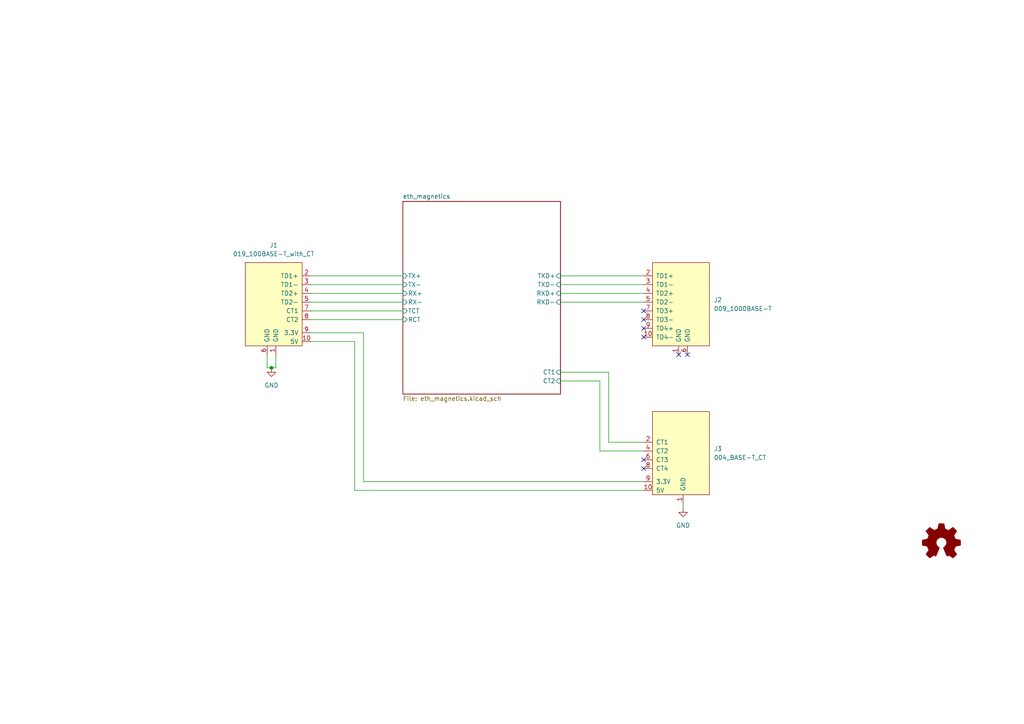
<source format=kicad_sch>
(kicad_sch (version 20211123) (generator eeschema)

  (uuid 57732dd3-1162-4c3f-88bd-31bf473d124d)

  (paper "A4")

  (lib_symbols
    (symbol "Graphic:Logo_Open_Hardware_Small" (pin_names (offset 1.016)) (in_bom yes) (on_board yes)
      (property "Reference" "#LOGO" (id 0) (at 0 6.985 0)
        (effects (font (size 1.27 1.27)) hide)
      )
      (property "Value" "Logo_Open_Hardware_Small" (id 1) (at 0 -5.715 0)
        (effects (font (size 1.27 1.27)) hide)
      )
      (property "Footprint" "" (id 2) (at 0 0 0)
        (effects (font (size 1.27 1.27)) hide)
      )
      (property "Datasheet" "~" (id 3) (at 0 0 0)
        (effects (font (size 1.27 1.27)) hide)
      )
      (property "ki_keywords" "Logo" (id 4) (at 0 0 0)
        (effects (font (size 1.27 1.27)) hide)
      )
      (property "ki_description" "Open Hardware logo, small" (id 5) (at 0 0 0)
        (effects (font (size 1.27 1.27)) hide)
      )
      (symbol "Logo_Open_Hardware_Small_0_1"
        (polyline
          (pts
            (xy 3.3528 -4.3434)
            (xy 3.302 -4.318)
            (xy 3.175 -4.2418)
            (xy 2.9972 -4.1148)
            (xy 2.7686 -3.9624)
            (xy 2.54 -3.81)
            (xy 2.3622 -3.7084)
            (xy 2.2352 -3.6068)
            (xy 2.1844 -3.5814)
            (xy 2.159 -3.6068)
            (xy 2.0574 -3.6576)
            (xy 1.905 -3.7338)
            (xy 1.8034 -3.7846)
            (xy 1.6764 -3.8354)
            (xy 1.6002 -3.8354)
            (xy 1.6002 -3.8354)
            (xy 1.5494 -3.7338)
            (xy 1.4732 -3.5306)
            (xy 1.3462 -3.302)
            (xy 1.2446 -3.0226)
            (xy 1.1176 -2.7178)
            (xy 0.9652 -2.413)
            (xy 0.8636 -2.1082)
            (xy 0.7366 -1.8288)
            (xy 0.6604 -1.6256)
            (xy 0.6096 -1.4732)
            (xy 0.5842 -1.397)
            (xy 0.5842 -1.397)
            (xy 0.6604 -1.3208)
            (xy 0.7874 -1.2446)
            (xy 1.0414 -1.016)
            (xy 1.2954 -0.6858)
            (xy 1.4478 -0.3302)
            (xy 1.524 0.0762)
            (xy 1.4732 0.4572)
            (xy 1.3208 0.8128)
            (xy 1.0668 1.143)
            (xy 0.762 1.3716)
            (xy 0.4064 1.524)
            (xy 0 1.5748)
            (xy -0.381 1.5494)
            (xy -0.7366 1.397)
            (xy -1.0668 1.143)
            (xy -1.2192 0.9906)
            (xy -1.397 0.6604)
            (xy -1.524 0.3048)
            (xy -1.524 0.2286)
            (xy -1.4986 -0.1778)
            (xy -1.397 -0.5334)
            (xy -1.1938 -0.8636)
            (xy -0.9144 -1.143)
            (xy -0.8636 -1.1684)
            (xy -0.7366 -1.27)
            (xy -0.635 -1.3462)
            (xy -0.5842 -1.397)
            (xy -1.0668 -2.5908)
            (xy -1.143 -2.794)
            (xy -1.2954 -3.1242)
            (xy -1.397 -3.4036)
            (xy -1.4986 -3.6322)
            (xy -1.5748 -3.7846)
            (xy -1.6002 -3.8354)
            (xy -1.6002 -3.8354)
            (xy -1.651 -3.8354)
            (xy -1.7272 -3.81)
            (xy -1.905 -3.7338)
            (xy -2.0066 -3.683)
            (xy -2.1336 -3.6068)
            (xy -2.2098 -3.5814)
            (xy -2.2606 -3.6068)
            (xy -2.3622 -3.683)
            (xy -2.54 -3.81)
            (xy -2.7686 -3.9624)
            (xy -2.9718 -4.0894)
            (xy -3.1496 -4.2164)
            (xy -3.302 -4.318)
            (xy -3.3528 -4.3434)
            (xy -3.3782 -4.3434)
            (xy -3.429 -4.318)
            (xy -3.5306 -4.2164)
            (xy -3.7084 -4.064)
            (xy -3.937 -3.8354)
            (xy -3.9624 -3.81)
            (xy -4.1656 -3.6068)
            (xy -4.318 -3.4544)
            (xy -4.4196 -3.3274)
            (xy -4.445 -3.2766)
            (xy -4.445 -3.2766)
            (xy -4.4196 -3.2258)
            (xy -4.318 -3.0734)
            (xy -4.2164 -2.8956)
            (xy -4.064 -2.667)
            (xy -3.6576 -2.0828)
            (xy -3.8862 -1.5494)
            (xy -3.937 -1.3716)
            (xy -4.0386 -1.1684)
            (xy -4.0894 -1.0414)
            (xy -4.1148 -0.9652)
            (xy -4.191 -0.9398)
            (xy -4.318 -0.9144)
            (xy -4.5466 -0.8636)
            (xy -4.8006 -0.8128)
            (xy -5.0546 -0.7874)
            (xy -5.2578 -0.7366)
            (xy -5.4356 -0.7112)
            (xy -5.5118 -0.6858)
            (xy -5.5118 -0.6858)
            (xy -5.5372 -0.635)
            (xy -5.5372 -0.5588)
            (xy -5.5372 -0.4318)
            (xy -5.5626 -0.2286)
            (xy -5.5626 0.0762)
            (xy -5.5626 0.127)
            (xy -5.5372 0.4064)
            (xy -5.5372 0.635)
            (xy -5.5372 0.762)
            (xy -5.5372 0.8382)
            (xy -5.5372 0.8382)
            (xy -5.461 0.8382)
            (xy -5.3086 0.889)
            (xy -5.08 0.9144)
            (xy -4.826 0.9652)
            (xy -4.8006 0.9906)
            (xy -4.5466 1.0414)
            (xy -4.318 1.0668)
            (xy -4.1656 1.1176)
            (xy -4.0894 1.143)
            (xy -4.0894 1.143)
            (xy -4.0386 1.2446)
            (xy -3.9624 1.4224)
            (xy -3.8608 1.6256)
            (xy -3.7846 1.8288)
            (xy -3.7084 2.0066)
            (xy -3.6576 2.159)
            (xy -3.6322 2.2098)
            (xy -3.6322 2.2098)
            (xy -3.683 2.286)
            (xy -3.7592 2.413)
            (xy -3.8862 2.5908)
            (xy -4.064 2.8194)
            (xy -4.064 2.8448)
            (xy -4.2164 3.0734)
            (xy -4.3434 3.2512)
            (xy -4.4196 3.3782)
            (xy -4.445 3.4544)
            (xy -4.445 3.4544)
            (xy -4.3942 3.5052)
            (xy -4.2926 3.6322)
            (xy -4.1148 3.81)
            (xy -3.937 4.0132)
            (xy -3.8608 4.064)
            (xy -3.6576 4.2926)
            (xy -3.5052 4.4196)
            (xy -3.4036 4.4958)
            (xy -3.3528 4.5212)
            (xy -3.3528 4.5212)
            (xy -3.302 4.4704)
            (xy -3.1496 4.3688)
            (xy -2.9718 4.2418)
            (xy -2.7432 4.0894)
            (xy -2.7178 4.0894)
            (xy -2.4892 3.937)
            (xy -2.3114 3.81)
            (xy -2.1844 3.7084)
            (xy -2.1336 3.683)
            (xy -2.1082 3.683)
            (xy -2.032 3.7084)
            (xy -1.8542 3.7592)
            (xy -1.6764 3.8354)
            (xy -1.4732 3.937)
            (xy -1.27 4.0132)
            (xy -1.143 4.064)
            (xy -1.0668 4.1148)
            (xy -1.0668 4.1148)
            (xy -1.0414 4.191)
            (xy -1.016 4.3434)
            (xy -0.9652 4.572)
            (xy -0.9144 4.8514)
            (xy -0.889 4.9022)
            (xy -0.8382 5.1562)
            (xy -0.8128 5.3848)
            (xy -0.7874 5.5372)
            (xy -0.762 5.588)
            (xy -0.7112 5.6134)
            (xy -0.5842 5.6134)
            (xy -0.4064 5.6134)
            (xy -0.1524 5.6134)
            (xy 0.0762 5.6134)
            (xy 0.3302 5.6134)
            (xy 0.5334 5.6134)
            (xy 0.6858 5.588)
            (xy 0.7366 5.588)
            (xy 0.7366 5.588)
            (xy 0.762 5.5118)
            (xy 0.8128 5.334)
            (xy 0.8382 5.1054)
            (xy 0.9144 4.826)
            (xy 0.9144 4.7752)
            (xy 0.9652 4.5212)
            (xy 1.016 4.2926)
            (xy 1.0414 4.1402)
            (xy 1.0668 4.0894)
            (xy 1.0668 4.0894)
            (xy 1.1938 4.0386)
            (xy 1.3716 3.9624)
            (xy 1.5748 3.8608)
            (xy 2.0828 3.6576)
            (xy 2.7178 4.0894)
            (xy 2.7686 4.1402)
            (xy 2.9972 4.2926)
            (xy 3.175 4.4196)
            (xy 3.302 4.4958)
            (xy 3.3782 4.5212)
            (xy 3.3782 4.5212)
            (xy 3.429 4.4704)
            (xy 3.556 4.3434)
            (xy 3.7338 4.191)
            (xy 3.9116 3.9878)
            (xy 4.064 3.8354)
            (xy 4.2418 3.6576)
            (xy 4.3434 3.556)
            (xy 4.4196 3.4798)
            (xy 4.4196 3.429)
            (xy 4.4196 3.4036)
            (xy 4.3942 3.3274)
            (xy 4.2926 3.2004)
            (xy 4.1656 2.9972)
            (xy 4.0132 2.794)
            (xy 3.8862 2.5908)
            (xy 3.7592 2.3876)
            (xy 3.6576 2.2352)
            (xy 3.6322 2.159)
            (xy 3.6322 2.1336)
            (xy 3.683 2.0066)
            (xy 3.7592 1.8288)
            (xy 3.8608 1.6002)
            (xy 4.064 1.1176)
            (xy 4.3942 1.0414)
            (xy 4.5974 1.016)
            (xy 4.8768 0.9652)
            (xy 5.1308 0.9144)
            (xy 5.5372 0.8382)
            (xy 5.5626 -0.6604)
            (xy 5.4864 -0.6858)
            (xy 5.4356 -0.6858)
            (xy 5.2832 -0.7366)
            (xy 5.0546 -0.762)
            (xy 4.8006 -0.8128)
            (xy 4.5974 -0.8636)
            (xy 4.3688 -0.9144)
            (xy 4.2164 -0.9398)
            (xy 4.1402 -0.9398)
            (xy 4.1148 -0.9652)
            (xy 4.064 -1.0668)
            (xy 3.9878 -1.2446)
            (xy 3.9116 -1.4478)
            (xy 3.81 -1.651)
            (xy 3.7338 -1.8542)
            (xy 3.683 -2.0066)
            (xy 3.6576 -2.0828)
            (xy 3.683 -2.1336)
            (xy 3.7846 -2.2606)
            (xy 3.8862 -2.4638)
            (xy 4.0386 -2.667)
            (xy 4.191 -2.8956)
            (xy 4.318 -3.0734)
            (xy 4.3942 -3.2004)
            (xy 4.445 -3.2766)
            (xy 4.4196 -3.3274)
            (xy 4.3434 -3.429)
            (xy 4.1656 -3.5814)
            (xy 3.937 -3.8354)
            (xy 3.8862 -3.8608)
            (xy 3.683 -4.064)
            (xy 3.5306 -4.2164)
            (xy 3.4036 -4.318)
            (xy 3.3528 -4.3434)
          )
          (stroke (width 0) (type default) (color 0 0 0 0))
          (fill (type outline))
        )
      )
    )
    (symbol "power:GND" (power) (pin_names (offset 0)) (in_bom yes) (on_board yes)
      (property "Reference" "#PWR" (id 0) (at 0 -6.35 0)
        (effects (font (size 1.27 1.27)) hide)
      )
      (property "Value" "GND" (id 1) (at 0 -3.81 0)
        (effects (font (size 1.27 1.27)))
      )
      (property "Footprint" "" (id 2) (at 0 0 0)
        (effects (font (size 1.27 1.27)) hide)
      )
      (property "Datasheet" "" (id 3) (at 0 0 0)
        (effects (font (size 1.27 1.27)) hide)
      )
      (property "ki_keywords" "power-flag" (id 4) (at 0 0 0)
        (effects (font (size 1.27 1.27)) hide)
      )
      (property "ki_description" "Power symbol creates a global label with name \"GND\" , ground" (id 5) (at 0 0 0)
        (effects (font (size 1.27 1.27)) hide)
      )
      (symbol "GND_0_1"
        (polyline
          (pts
            (xy 0 0)
            (xy 0 -1.27)
            (xy 1.27 -1.27)
            (xy 0 -2.54)
            (xy -1.27 -1.27)
            (xy 0 -1.27)
          )
          (stroke (width 0) (type default) (color 0 0 0 0))
          (fill (type none))
        )
      )
      (symbol "GND_1_1"
        (pin power_in line (at 0 0 270) (length 0) hide
          (name "GND" (effects (font (size 1.27 1.27))))
          (number "1" (effects (font (size 1.27 1.27))))
        )
      )
    )
    (symbol "put_on_edge:004_BASE-T_CT" (pin_names (offset 1.016)) (in_bom yes) (on_board yes)
      (property "Reference" "J" (id 0) (at -2.54 13.97 0)
        (effects (font (size 1.27 1.27)))
      )
      (property "Value" "004_BASE-T_CT" (id 1) (at 8.89 13.97 0)
        (effects (font (size 1.27 1.27)))
      )
      (property "Footprint" "" (id 2) (at 7.62 16.51 0)
        (effects (font (size 1.27 1.27)) hide)
      )
      (property "Datasheet" "" (id 3) (at 7.62 16.51 0)
        (effects (font (size 1.27 1.27)) hide)
      )
      (symbol "004_BASE-T_CT_0_1"
        (rectangle (start -8.89 12.7) (end 7.62 -11.43)
          (stroke (width 0) (type default) (color 0 0 0 0))
          (fill (type background))
        )
      )
      (symbol "004_BASE-T_CT_1_1"
        (pin power_in line (at 0 -13.97 90) (length 2.54)
          (name "GND" (effects (font (size 1.27 1.27))))
          (number "1" (effects (font (size 1.27 1.27))))
        )
        (pin power_in line (at -11.43 -10.16 0) (length 2.54)
          (name "5V" (effects (font (size 1.27 1.27))))
          (number "10" (effects (font (size 1.27 1.27))))
        )
        (pin bidirectional line (at -11.43 3.81 0) (length 2.54)
          (name "CT1" (effects (font (size 1.27 1.27))))
          (number "2" (effects (font (size 1.27 1.27))))
        )
        (pin bidirectional line (at -11.43 1.27 0) (length 2.54)
          (name "CT2" (effects (font (size 1.27 1.27))))
          (number "4" (effects (font (size 1.27 1.27))))
        )
        (pin bidirectional line (at -11.43 -1.27 0) (length 2.54)
          (name "CT3" (effects (font (size 1.27 1.27))))
          (number "6" (effects (font (size 1.27 1.27))))
        )
        (pin bidirectional line (at -11.43 -3.81 0) (length 2.54)
          (name "CT4" (effects (font (size 1.27 1.27))))
          (number "8" (effects (font (size 1.27 1.27))))
        )
        (pin power_in line (at -11.43 -7.62 0) (length 2.54)
          (name "3.3V" (effects (font (size 1.27 1.27))))
          (number "9" (effects (font (size 1.27 1.27))))
        )
      )
    )
    (symbol "put_on_edge:009_1000BASE-T" (pin_names (offset 1.016)) (in_bom yes) (on_board yes)
      (property "Reference" "J" (id 0) (at -2.54 13.97 0)
        (effects (font (size 1.27 1.27)))
      )
      (property "Value" "009_1000BASE-T" (id 1) (at 8.89 13.97 0)
        (effects (font (size 1.27 1.27)))
      )
      (property "Footprint" "" (id 2) (at 7.62 16.51 0)
        (effects (font (size 1.27 1.27)) hide)
      )
      (property "Datasheet" "" (id 3) (at 7.62 16.51 0)
        (effects (font (size 1.27 1.27)) hide)
      )
      (symbol "009_1000BASE-T_0_1"
        (rectangle (start -8.89 12.7) (end 7.62 -11.43)
          (stroke (width 0) (type default) (color 0 0 0 0))
          (fill (type background))
        )
      )
      (symbol "009_1000BASE-T_1_1"
        (pin power_in line (at -1.27 -13.97 90) (length 2.54)
          (name "GND" (effects (font (size 1.27 1.27))))
          (number "1" (effects (font (size 1.27 1.27))))
        )
        (pin bidirectional line (at -11.43 -8.89 0) (length 2.54)
          (name "TD4-" (effects (font (size 1.27 1.27))))
          (number "10" (effects (font (size 1.27 1.27))))
        )
        (pin bidirectional line (at -11.43 8.89 0) (length 2.54)
          (name "TD1+" (effects (font (size 1.27 1.27))))
          (number "2" (effects (font (size 1.27 1.27))))
        )
        (pin bidirectional line (at -11.43 6.35 0) (length 2.54)
          (name "TD1-" (effects (font (size 1.27 1.27))))
          (number "3" (effects (font (size 1.27 1.27))))
        )
        (pin bidirectional line (at -11.43 3.81 0) (length 2.54)
          (name "TD2+" (effects (font (size 1.27 1.27))))
          (number "4" (effects (font (size 1.27 1.27))))
        )
        (pin bidirectional line (at -11.43 1.27 0) (length 2.54)
          (name "TD2-" (effects (font (size 1.27 1.27))))
          (number "5" (effects (font (size 1.27 1.27))))
        )
        (pin power_in line (at 1.27 -13.97 90) (length 2.54)
          (name "GND" (effects (font (size 1.27 1.27))))
          (number "6" (effects (font (size 1.27 1.27))))
        )
        (pin bidirectional line (at -11.43 -1.27 0) (length 2.54)
          (name "TD3+" (effects (font (size 1.27 1.27))))
          (number "7" (effects (font (size 1.27 1.27))))
        )
        (pin bidirectional line (at -11.43 -3.81 0) (length 2.54)
          (name "TD3-" (effects (font (size 1.27 1.27))))
          (number "8" (effects (font (size 1.27 1.27))))
        )
        (pin bidirectional line (at -11.43 -6.35 0) (length 2.54)
          (name "TD4+" (effects (font (size 1.27 1.27))))
          (number "9" (effects (font (size 1.27 1.27))))
        )
      )
    )
    (symbol "put_on_edge:019_100BASE-T_with_CT" (pin_names (offset 1.016)) (in_bom yes) (on_board yes)
      (property "Reference" "J" (id 0) (at -2.54 13.97 0)
        (effects (font (size 1.27 1.27)))
      )
      (property "Value" "019_100BASE-T_with_CT" (id 1) (at 8.89 13.97 0)
        (effects (font (size 1.27 1.27)))
      )
      (property "Footprint" "" (id 2) (at 7.62 16.51 0)
        (effects (font (size 1.27 1.27)) hide)
      )
      (property "Datasheet" "" (id 3) (at 7.62 16.51 0)
        (effects (font (size 1.27 1.27)) hide)
      )
      (symbol "019_100BASE-T_with_CT_0_1"
        (rectangle (start -8.89 12.7) (end 7.62 -11.43)
          (stroke (width 0) (type default) (color 0 0 0 0))
          (fill (type background))
        )
      )
      (symbol "019_100BASE-T_with_CT_1_1"
        (pin power_in line (at -1.27 -13.97 90) (length 2.54)
          (name "GND" (effects (font (size 1.27 1.27))))
          (number "1" (effects (font (size 1.27 1.27))))
        )
        (pin bidirectional line (at -11.43 -10.16 0) (length 2.54)
          (name "5V" (effects (font (size 1.27 1.27))))
          (number "10" (effects (font (size 1.27 1.27))))
        )
        (pin bidirectional line (at -11.43 8.89 0) (length 2.54)
          (name "TD1+" (effects (font (size 1.27 1.27))))
          (number "2" (effects (font (size 1.27 1.27))))
        )
        (pin bidirectional line (at -11.43 6.35 0) (length 2.54)
          (name "TD1-" (effects (font (size 1.27 1.27))))
          (number "3" (effects (font (size 1.27 1.27))))
        )
        (pin bidirectional line (at -11.43 3.81 0) (length 2.54)
          (name "TD2+" (effects (font (size 1.27 1.27))))
          (number "4" (effects (font (size 1.27 1.27))))
        )
        (pin bidirectional line (at -11.43 1.27 0) (length 2.54)
          (name "TD2-" (effects (font (size 1.27 1.27))))
          (number "5" (effects (font (size 1.27 1.27))))
        )
        (pin power_in line (at 1.27 -13.97 90) (length 2.54)
          (name "GND" (effects (font (size 1.27 1.27))))
          (number "6" (effects (font (size 1.27 1.27))))
        )
        (pin bidirectional line (at -11.43 -1.27 0) (length 2.54)
          (name "CT1" (effects (font (size 1.27 1.27))))
          (number "7" (effects (font (size 1.27 1.27))))
        )
        (pin bidirectional line (at -11.43 -3.81 0) (length 2.54)
          (name "CT2" (effects (font (size 1.27 1.27))))
          (number "8" (effects (font (size 1.27 1.27))))
        )
        (pin bidirectional line (at -11.43 -7.62 0) (length 2.54)
          (name "3.3V" (effects (font (size 1.27 1.27))))
          (number "9" (effects (font (size 1.27 1.27))))
        )
      )
    )
  )

  (junction (at 78.74 106.68) (diameter 0) (color 0 0 0 0)
    (uuid 03a3046c-536b-44bf-8246-9aab18dbef23)
  )

  (no_connect (at 186.69 90.17) (uuid 421c08c9-91b2-498a-b48f-44790c5a1cb0))
  (no_connect (at 186.69 95.25) (uuid 421c08c9-91b2-498a-b48f-44790c5a1cb1))
  (no_connect (at 186.69 92.71) (uuid 421c08c9-91b2-498a-b48f-44790c5a1cb2))
  (no_connect (at 186.69 97.79) (uuid 421c08c9-91b2-498a-b48f-44790c5a1cb3))
  (no_connect (at 199.39 102.87) (uuid 9b0bfd38-8432-4445-b414-5c2275ab4a62))
  (no_connect (at 196.85 102.87) (uuid 9b0bfd38-8432-4445-b414-5c2275ab4a63))
  (no_connect (at 186.69 135.89) (uuid 9b0bfd38-8432-4445-b414-5c2275ab4a65))
  (no_connect (at 186.69 133.35) (uuid 9b0bfd38-8432-4445-b414-5c2275ab4a66))

  (wire (pts (xy 173.99 130.81) (xy 186.69 130.81))
    (stroke (width 0) (type default) (color 0 0 0 0))
    (uuid 03c2ba3f-90b3-4ba6-8a35-e4dd9941b50c)
  )
  (wire (pts (xy 186.69 139.7) (xy 105.41 139.7))
    (stroke (width 0) (type default) (color 0 0 0 0))
    (uuid 04273f2a-6251-4f43-86a7-cd660255d0a0)
  )
  (wire (pts (xy 80.01 106.68) (xy 80.01 102.87))
    (stroke (width 0) (type default) (color 0 0 0 0))
    (uuid 0e10dde4-aba1-47f1-9fc0-c1d36578fd52)
  )
  (wire (pts (xy 90.17 82.55) (xy 116.84 82.55))
    (stroke (width 0) (type default) (color 0 0 0 0))
    (uuid 245bdde8-01ee-4e30-b361-40a916ed04cb)
  )
  (wire (pts (xy 77.47 102.87) (xy 77.47 106.68))
    (stroke (width 0) (type default) (color 0 0 0 0))
    (uuid 27bae3a9-f28c-4f18-a514-67120a03be28)
  )
  (wire (pts (xy 162.56 85.09) (xy 186.69 85.09))
    (stroke (width 0) (type default) (color 0 0 0 0))
    (uuid 35be6e1c-5f05-40fe-bb9f-e98f9d87d2ba)
  )
  (wire (pts (xy 162.56 82.55) (xy 186.69 82.55))
    (stroke (width 0) (type default) (color 0 0 0 0))
    (uuid 4729eb13-5d59-49eb-b9be-bbbd4ce89b15)
  )
  (wire (pts (xy 77.47 106.68) (xy 78.74 106.68))
    (stroke (width 0) (type default) (color 0 0 0 0))
    (uuid 4cd441f7-927a-413d-9672-2cabee7de042)
  )
  (wire (pts (xy 162.56 107.95) (xy 176.53 107.95))
    (stroke (width 0) (type default) (color 0 0 0 0))
    (uuid 61befe07-d276-4cb5-80cc-8bf162373dcb)
  )
  (wire (pts (xy 78.74 106.68) (xy 80.01 106.68))
    (stroke (width 0) (type default) (color 0 0 0 0))
    (uuid 72b2d6aa-8b4f-42f2-bb11-fc4fab091d64)
  )
  (wire (pts (xy 105.41 139.7) (xy 105.41 96.52))
    (stroke (width 0) (type default) (color 0 0 0 0))
    (uuid 946ac839-cb25-498d-9fa2-ca83f31f8482)
  )
  (wire (pts (xy 176.53 128.27) (xy 186.69 128.27))
    (stroke (width 0) (type default) (color 0 0 0 0))
    (uuid 94e76c42-ef8c-476b-97dd-a3d460628d6c)
  )
  (wire (pts (xy 162.56 87.63) (xy 186.69 87.63))
    (stroke (width 0) (type default) (color 0 0 0 0))
    (uuid a10fb016-45d8-4697-81d7-e2bbb712710d)
  )
  (wire (pts (xy 90.17 92.71) (xy 116.84 92.71))
    (stroke (width 0) (type default) (color 0 0 0 0))
    (uuid ae69b405-1341-44f0-ba00-52549b369c99)
  )
  (wire (pts (xy 90.17 90.17) (xy 116.84 90.17))
    (stroke (width 0) (type default) (color 0 0 0 0))
    (uuid b083d772-0894-45bb-98b9-6ab2e8b1b4a2)
  )
  (wire (pts (xy 176.53 107.95) (xy 176.53 128.27))
    (stroke (width 0) (type default) (color 0 0 0 0))
    (uuid b4a11316-db95-4619-971f-1af1b27414e1)
  )
  (wire (pts (xy 90.17 80.01) (xy 116.84 80.01))
    (stroke (width 0) (type default) (color 0 0 0 0))
    (uuid c4451026-09d9-43fd-9ce0-c55979c2fb7e)
  )
  (wire (pts (xy 162.56 110.49) (xy 173.99 110.49))
    (stroke (width 0) (type default) (color 0 0 0 0))
    (uuid c7f67ce2-a508-46aa-8bbd-8c1abbca618e)
  )
  (wire (pts (xy 198.12 146.05) (xy 198.12 147.32))
    (stroke (width 0) (type default) (color 0 0 0 0))
    (uuid d375af02-a6ef-4524-b70c-fb33bb2846aa)
  )
  (wire (pts (xy 105.41 96.52) (xy 90.17 96.52))
    (stroke (width 0) (type default) (color 0 0 0 0))
    (uuid d817170b-6f03-493e-a812-fedbe744faae)
  )
  (wire (pts (xy 173.99 110.49) (xy 173.99 130.81))
    (stroke (width 0) (type default) (color 0 0 0 0))
    (uuid d83374c3-ffec-4f5e-9462-a66db4afa747)
  )
  (wire (pts (xy 90.17 87.63) (xy 116.84 87.63))
    (stroke (width 0) (type default) (color 0 0 0 0))
    (uuid da1a926d-266a-4f37-a2a2-d6be47ca6015)
  )
  (wire (pts (xy 102.87 99.06) (xy 102.87 142.24))
    (stroke (width 0) (type default) (color 0 0 0 0))
    (uuid dc6f4c8f-f86c-40ba-9b23-fc0e4ebf203d)
  )
  (wire (pts (xy 90.17 85.09) (xy 116.84 85.09))
    (stroke (width 0) (type default) (color 0 0 0 0))
    (uuid dedb1153-706f-41cb-9519-e57a11130e36)
  )
  (wire (pts (xy 162.56 80.01) (xy 186.69 80.01))
    (stroke (width 0) (type default) (color 0 0 0 0))
    (uuid e9993e9b-6869-4477-a984-6258e920cd3f)
  )
  (wire (pts (xy 90.17 99.06) (xy 102.87 99.06))
    (stroke (width 0) (type default) (color 0 0 0 0))
    (uuid eff3cc06-0bc4-4bdd-8f5c-4ce0fa804e58)
  )
  (wire (pts (xy 102.87 142.24) (xy 186.69 142.24))
    (stroke (width 0) (type default) (color 0 0 0 0))
    (uuid f72ddb73-beb8-42c2-b9f7-6057fdf72a31)
  )

  (symbol (lib_id "power:GND") (at 198.12 147.32 0) (unit 1)
    (in_bom yes) (on_board yes) (fields_autoplaced)
    (uuid 8abf2288-b2ff-4824-bade-ea97b1002519)
    (property "Reference" "#PWR0102" (id 0) (at 198.12 153.67 0)
      (effects (font (size 1.27 1.27)) hide)
    )
    (property "Value" "GND" (id 1) (at 198.12 152.4 0))
    (property "Footprint" "" (id 2) (at 198.12 147.32 0)
      (effects (font (size 1.27 1.27)) hide)
    )
    (property "Datasheet" "" (id 3) (at 198.12 147.32 0)
      (effects (font (size 1.27 1.27)) hide)
    )
    (pin "1" (uuid 68e5257c-90e2-43b6-9bff-932cd5382d33))
  )

  (symbol (lib_id "Graphic:Logo_Open_Hardware_Small") (at 273.05 157.48 0) (unit 1)
    (in_bom yes) (on_board yes) (fields_autoplaced)
    (uuid b72b6f4a-7489-40f2-bb90-d75ae01aa368)
    (property "Reference" "LOGO1" (id 0) (at 273.05 150.495 0)
      (effects (font (size 1.27 1.27)) hide)
    )
    (property "Value" "Logo_Open_Hardware_Small" (id 1) (at 273.05 163.195 0)
      (effects (font (size 1.27 1.27)) hide)
    )
    (property "Footprint" "Symbol:OSHW-Symbol_6.7x6mm_SilkScreen" (id 2) (at 273.05 157.48 0)
      (effects (font (size 1.27 1.27)) hide)
    )
    (property "Datasheet" "~" (id 3) (at 273.05 157.48 0)
      (effects (font (size 1.27 1.27)) hide)
    )
  )

  (symbol (lib_id "put_on_edge:004_BASE-T_CT") (at 198.12 132.08 0) (unit 1)
    (in_bom yes) (on_board yes) (fields_autoplaced)
    (uuid b78e9d36-43ff-4cc7-ab50-e83113c69f50)
    (property "Reference" "J3" (id 0) (at 207.01 130.1749 0)
      (effects (font (size 1.27 1.27)) (justify left))
    )
    (property "Value" "004_BASE-T_CT" (id 1) (at 207.01 132.7149 0)
      (effects (font (size 1.27 1.27)) (justify left))
    )
    (property "Footprint" "on_edge:on_edge_2x05_host" (id 2) (at 205.74 115.57 0)
      (effects (font (size 1.27 1.27)) hide)
    )
    (property "Datasheet" "" (id 3) (at 205.74 115.57 0)
      (effects (font (size 1.27 1.27)) hide)
    )
    (pin "1" (uuid 22914b36-b440-4d3c-b412-efa9e7b490fa))
    (pin "10" (uuid 8b87d2e0-6a54-4dd3-8381-eb3142a15a79))
    (pin "2" (uuid c7316ef9-430e-403e-b89e-2b0da8d3ad29))
    (pin "4" (uuid 39b38db4-f093-46fb-b3ab-e832271bb099))
    (pin "6" (uuid 92d43a25-95fa-4dcd-aabf-bfc089b03f7c))
    (pin "8" (uuid c8d7e6aa-db95-42ea-b3ee-525ea991d902))
    (pin "9" (uuid e7d3ff41-b5b9-4c38-8fbe-c1b33c81983a))
  )

  (symbol (lib_id "put_on_edge:019_100BASE-T_with_CT") (at 78.74 88.9 0) (mirror y) (unit 1)
    (in_bom yes) (on_board yes) (fields_autoplaced)
    (uuid df2e3995-6ff2-4214-8b56-2b5f6b2926fa)
    (property "Reference" "J1" (id 0) (at 79.375 71.12 0))
    (property "Value" "019_100BASE-T_with_CT" (id 1) (at 79.375 73.66 0))
    (property "Footprint" "on_edge:on_edge_2x05_device" (id 2) (at 71.12 72.39 0)
      (effects (font (size 1.27 1.27)) hide)
    )
    (property "Datasheet" "" (id 3) (at 71.12 72.39 0)
      (effects (font (size 1.27 1.27)) hide)
    )
    (pin "1" (uuid 70589f02-9914-47de-9f58-dff54208f0d4))
    (pin "10" (uuid e3c0f4bf-83b8-4f70-a1f1-8936301c60cc))
    (pin "2" (uuid e10882f9-2f3d-4396-b92b-0254427f0fce))
    (pin "3" (uuid 2c82d0ac-2725-4c62-9576-a6ccfdfeeab1))
    (pin "4" (uuid 5b9f2d05-7b0f-4b51-b4ed-23803dde0f2c))
    (pin "5" (uuid 40dce818-a4eb-46f0-865b-04ea552325b5))
    (pin "6" (uuid c3c260f8-da1f-4be3-85a7-2aab7a7557a3))
    (pin "7" (uuid 745e8073-0087-45ae-8644-ef4cd460cf30))
    (pin "8" (uuid bad55150-1b6a-4e33-97bc-2ae4c9e37a67))
    (pin "9" (uuid a4880ebe-3933-4799-ace4-9ab8a748559f))
  )

  (symbol (lib_id "put_on_edge:009_1000BASE-T") (at 198.12 88.9 0) (unit 1)
    (in_bom yes) (on_board yes) (fields_autoplaced)
    (uuid e3915cad-b4f2-4bb4-9c5d-5d2f91f3e569)
    (property "Reference" "J2" (id 0) (at 207.01 86.9949 0)
      (effects (font (size 1.27 1.27)) (justify left))
    )
    (property "Value" "009_1000BASE-T" (id 1) (at 207.01 89.5349 0)
      (effects (font (size 1.27 1.27)) (justify left))
    )
    (property "Footprint" "on_edge:on_edge_2x05_host" (id 2) (at 205.74 72.39 0)
      (effects (font (size 1.27 1.27)) hide)
    )
    (property "Datasheet" "" (id 3) (at 205.74 72.39 0)
      (effects (font (size 1.27 1.27)) hide)
    )
    (pin "1" (uuid 66406b6f-b856-4cb9-a0a1-903f727c681f))
    (pin "10" (uuid 08ea4f57-4a6c-47ce-a539-e209f403fe62))
    (pin "2" (uuid 59fa6ac0-0625-4ef1-9fc9-668c54213a86))
    (pin "3" (uuid 198d4f1d-c34a-4a4f-8e64-593ebf5ced1a))
    (pin "4" (uuid fc0b8b33-83c0-40e7-b398-688c4d5e2eef))
    (pin "5" (uuid 8109553a-d72f-408b-884e-13958aaa39b6))
    (pin "6" (uuid 641a5148-7af7-45d3-8310-2b996713a397))
    (pin "7" (uuid 1fd70156-4870-40d2-9772-34124a1b77e4))
    (pin "8" (uuid 9199d166-4a01-4642-babc-18d2ef686479))
    (pin "9" (uuid 7199fdcb-33b2-4a48-b4d9-2bebe12faa2f))
  )

  (symbol (lib_id "power:GND") (at 78.74 106.68 0) (unit 1)
    (in_bom yes) (on_board yes) (fields_autoplaced)
    (uuid f5bcd75e-356a-4da8-a9fe-623fa0e6ef56)
    (property "Reference" "#PWR0101" (id 0) (at 78.74 113.03 0)
      (effects (font (size 1.27 1.27)) hide)
    )
    (property "Value" "GND" (id 1) (at 78.74 111.76 0))
    (property "Footprint" "" (id 2) (at 78.74 106.68 0)
      (effects (font (size 1.27 1.27)) hide)
    )
    (property "Datasheet" "" (id 3) (at 78.74 106.68 0)
      (effects (font (size 1.27 1.27)) hide)
    )
    (pin "1" (uuid 3bafb23b-6130-401f-966d-3a8c8cd430e9))
  )

  (sheet (at 116.84 58.42) (size 45.72 55.88) (fields_autoplaced)
    (stroke (width 0.1524) (type solid) (color 0 0 0 0))
    (fill (color 0 0 0 0.0000))
    (uuid 3c188f4a-96b0-46fe-81a4-4bc44d10569e)
    (property "Sheet name" "eth_magnetics" (id 0) (at 116.84 57.7084 0)
      (effects (font (size 1.27 1.27)) (justify left bottom))
    )
    (property "Sheet file" "eth_magnetics.kicad_sch" (id 1) (at 116.84 114.8846 0)
      (effects (font (size 1.27 1.27)) (justify left top))
    )
    (pin "CT1" input (at 162.56 107.95 0)
      (effects (font (size 1.27 1.27)) (justify right))
      (uuid b6289737-a20c-4662-81b1-02fcc0dfd7c5)
    )
    (pin "TXD-" input (at 162.56 82.55 0)
      (effects (font (size 1.27 1.27)) (justify right))
      (uuid 2f8bd2ba-f9d9-448e-b5e2-8d7b6a11f11d)
    )
    (pin "TXD+" input (at 162.56 80.01 0)
      (effects (font (size 1.27 1.27)) (justify right))
      (uuid 04ab1b06-7fed-4ef5-94c6-f0c022a16eca)
    )
    (pin "RXD+" input (at 162.56 85.09 0)
      (effects (font (size 1.27 1.27)) (justify right))
      (uuid 5d424212-8aac-4a0e-8026-5b56c428e6b2)
    )
    (pin "CT2" input (at 162.56 110.49 0)
      (effects (font (size 1.27 1.27)) (justify right))
      (uuid 95807e92-c2fd-4417-a9ac-7edfa5eddf41)
    )
    (pin "RXD-" input (at 162.56 87.63 0)
      (effects (font (size 1.27 1.27)) (justify right))
      (uuid c1e4609f-5976-4d35-8137-12e0c1da2225)
    )
    (pin "RCT" input (at 116.84 92.71 180)
      (effects (font (size 1.27 1.27)) (justify left))
      (uuid 3695e10c-521e-4e86-949e-79cabfa85070)
    )
    (pin "TX-" input (at 116.84 82.55 180)
      (effects (font (size 1.27 1.27)) (justify left))
      (uuid 2a3093c7-79d1-4133-8ff2-ad431acf4ecf)
    )
    (pin "RX+" input (at 116.84 85.09 180)
      (effects (font (size 1.27 1.27)) (justify left))
      (uuid 713fc01e-2409-4f7e-8a6f-694f844fcad9)
    )
    (pin "RX-" input (at 116.84 87.63 180)
      (effects (font (size 1.27 1.27)) (justify left))
      (uuid c4818c0b-9e10-4ead-9a5e-f69c87141e05)
    )
    (pin "TX+" input (at 116.84 80.01 180)
      (effects (font (size 1.27 1.27)) (justify left))
      (uuid 025adcdc-8fb7-441e-9449-0667cb445f52)
    )
    (pin "TCT" input (at 116.84 90.17 180)
      (effects (font (size 1.27 1.27)) (justify left))
      (uuid f359909e-c46b-44e3-b9c1-6e3704f2453f)
    )
  )

  (sheet_instances
    (path "/" (page "1"))
    (path "/3c188f4a-96b0-46fe-81a4-4bc44d10569e" (page "2"))
  )

  (symbol_instances
    (path "/f5bcd75e-356a-4da8-a9fe-623fa0e6ef56"
      (reference "#PWR0101") (unit 1) (value "GND") (footprint "")
    )
    (path "/8abf2288-b2ff-4824-bade-ea97b1002519"
      (reference "#PWR0102") (unit 1) (value "GND") (footprint "")
    )
    (path "/df2e3995-6ff2-4214-8b56-2b5f6b2926fa"
      (reference "J1") (unit 1) (value "019_100BASE-T_with_CT") (footprint "on_edge:on_edge_2x05_device")
    )
    (path "/e3915cad-b4f2-4bb4-9c5d-5d2f91f3e569"
      (reference "J2") (unit 1) (value "009_1000BASE-T") (footprint "on_edge:on_edge_2x05_host")
    )
    (path "/b78e9d36-43ff-4cc7-ab50-e83113c69f50"
      (reference "J3") (unit 1) (value "004_BASE-T_CT") (footprint "on_edge:on_edge_2x05_host")
    )
    (path "/b72b6f4a-7489-40f2-bb90-d75ae01aa368"
      (reference "LOGO1") (unit 1) (value "Logo_Open_Hardware_Small") (footprint "Symbol:OSHW-Symbol_6.7x6mm_SilkScreen")
    )
    (path "/3c188f4a-96b0-46fe-81a4-4bc44d10569e/945b33c5-49a8-444d-b505-546d6d2125e5"
      (reference "TR1") (unit 1) (value "749013011A") (footprint "b099:749013011A")
    )
  )
)

</source>
